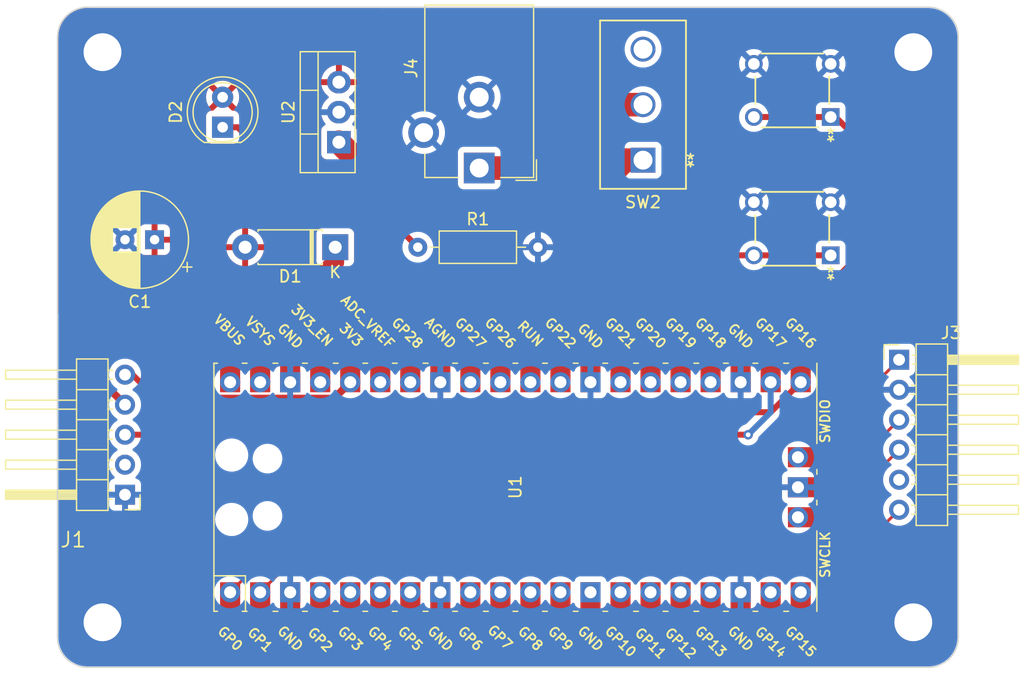
<source format=kicad_pcb>
(kicad_pcb (version 20221018) (generator pcbnew)
  (layers (0 "F.Cu" signal) (1 "In1.Cu" signal) (2 "In2.Cu" signal) (31 "B.Cu" signal) (34 "B.Paste" user) (35 "F.Paste" user) (36 "B.SilkS" user "B.Silkscreen") (37 "F.SilkS" user "F.Silkscreen") (38 "B.Mask" user) (39 "F.Mask" user) (44 "Edge.Cuts" user))
  (net 0 "")
  (net 1 "/PicoTx")
  (net 2 "/PicoRx")
  (net 3 "/VSYS")
  (net 20 "/Lag")
  (net 21 "/Lead")
  (net 25 "/V9P0")
  (net 33 "Net-(J1-Pin_4)")
  (net 35 "GND")
  (net 37 "Net-(J3-Pin_3)")
  (net 38 "Net-(J3-Pin_1)")
  (net 39 "/V5p0")
  (net 40 "Net-(D2-K)")
  (net 41 "Net-(U1-RUN)")
  (net 42 "Net-(U1-GPIO20)")
  (net 43 "/V9P0_SW")
  (footprint "MountingHole:MountingHole_3.2mm_M3" (layer "F.Cu") (at 135.89 153.67)
    (fp_text reference "H3" hide)
    (fp_text value "MountingHole")
    (pad "" np_thru_hole circle (at 0 0) (size 3.2 3.2) (drill 3.2) (layers "*.Cu" "*.Mask"))
  )
  (footprint "MountingHole:MountingHole_3.2mm_M3" (layer "F.Cu") (at 67.31 153.67)
    (fp_text reference "H4" hide)
    (fp_text value "MountingHole")
    (pad "" np_thru_hole circle (at 0 0) (size 3.2 3.2) (drill 3.2) (layers "*.Cu" "*.Mask"))
  )
  (footprint "Diode_THT:D_DO-41_SOD81_P7.62mm_Horizontal" (layer "F.Cu") (at 86.995 121.92 180)
    (fp_text reference "D1" (at 3.81 -2.47) (layer "F.SilkS"))
    (fp_text value "D_Schottky")
    (fp_text user "K" (at 0 -2.1) (layer "F.SilkS"))
    (pad "1" thru_hole rect (at 0 0 180) (size 2.2 2.2) (drill 1.1) (layers "*.Cu" "*.Mask") (net 3 "/VSYS"))
    (pad "2" thru_hole oval (at 7.62 0 180) (size 2.2 2.2) (drill 1.1) (layers "*.Cu" "*.Mask") (net 39 "/V5p0"))
  )
  (footprint "Resistor_THT:R_Axial_DIN0207_L6.3mm_D2.5mm_P10.16mm_Horizontal" (layer "F.Cu") (at 93.98 121.92)
    (fp_text reference "R1" (at 5.08 -2.37) (layer "F.SilkS"))
    (fp_text value "1K")
    (pad "1" thru_hole circle (at 0 0) (size 1.6 1.6) (drill 0.8) (layers "*.Cu" "*.Mask") (net 40 "Net-(D2-K)"))
    (pad "2" thru_hole oval (at 10.16 0) (size 1.6 1.6) (drill 0.8) (layers "*.Cu" "*.Mask") (net 35 "GND"))
  )
  (footprint "Connector_PinHeader_2.54mm:PinHeader_1x05_P2.54mm_Horizontal" (layer "F.Cu") (at 69.215 142.87 180)
    (fp_text reference "J1" (at 4.385 -3.815) (layer "F.SilkS") (effects (font (size 1.27 1.27))))
    (fp_text value "Conn_01x05")
    (pad "1" thru_hole rect (at 0 0 180) (size 1.7 1.7) (drill 1) (layers "*.Cu" "*.Mask") (net 35 "GND"))
    (pad "2" thru_hole oval (at 0 2.54 180) (size 1.7 1.7) (drill 1) (layers "*.Cu" "*.Mask"))
    (pad "3" thru_hole oval (at 0 5.08 180) (size 1.7 1.7) (drill 1) (layers "*.Cu" "*.Mask") (net 21 "/Lead"))
    (pad "4" thru_hole oval (at 0 7.62 180) (size 1.7 1.7) (drill 1) (layers "*.Cu" "*.Mask") (net 33 "Net-(J1-Pin_4)"))
    (pad "5" thru_hole oval (at 0 10.16 180) (size 1.7 1.7) (drill 1) (layers "*.Cu" "*.Mask") (net 20 "/Lag"))
  )
  (footprint "MCU_RaspberryPi_and_Boards:RPi_Pico_SMD_TH" (layer "F.Cu") (at 102.235 142.24 90)
    (fp_text reference "U1" (at 0 0 90) (layer "F.SilkS"))
    (fp_text value "Pico")
    (fp_text user "GP0" (at -12.8 -24.13 135) (layer "F.SilkS") (effects (font (size 0.8 0.8))))
    (fp_text user "GND" (at -12.8 -6.35 135) (layer "F.SilkS") (effects (font (size 0.8 0.8))))
    (fp_text user "GP6" (at -12.8 -3.81 135) (layer "F.SilkS") (effects (font (size 0.8 0.8))))
    (fp_text user "GP9" (at -12.8 3.81 135) (layer "F.SilkS") (effects (font (size 0.8 0.8))))
    (fp_text user "GP15" (at -13.054 24.13 135) (layer "F.SilkS") (effects (font (size 0.8 0.8))))
    (fp_text user "GP4" (at -12.8 -11.43 135) (layer "F.SilkS") (effects (font (size 0.8 0.8))))
    (fp_text user "VSYS" (at 13.2 -21.59 135) (layer "F.SilkS") (effects (font (size 0.8 0.8))))
    (fp_text user "GP5" (at -12.8 -8.89 135) (layer "F.SilkS") (effects (font (size 0.8 0.8))))
    (fp_text user "3V3_EN" (at 13.7 -17.2 135) (layer "F.SilkS") (effects (font (size 0.8 0.8))))
    (fp_text user "GP18" (at 13.054 16.51 135) (layer "F.SilkS") (effects (font (size 0.8 0.8))))
    (fp_text user "3V3" (at 12.9 -13.9 135) (layer "F.SilkS") (effects (font (size 0.8 0.8))))
    (fp_text user "GP19" (at 13.054 13.97 135) (layer "F.SilkS") (effects (font (size 0.8 0.8))))
    (fp_text user "GP28" (at 13.054 -9.144 135) (layer "F.SilkS") (effects (font (size 0.8 0.8))))
    (fp_text user "SWCLK" (at -5.7 26.2 90) (layer "F.SilkS") (effects (font (size 0.8 0.8))))
    (fp_text user "GND" (at -12.8 19.05 135) (layer "F.SilkS") (effects (font (size 0.8 0.8))))
    (fp_text user "GP16" (at 13.054 24.13 135) (layer "F.SilkS") (effects (font (size 0.8 0.8))))
    (fp_text user "GP1" (at -12.9 -21.6 135) (layer "F.SilkS") (effects (font (size 0.8 0.8))))
    (fp_text user "GP13" (at -13.054 16.51 135) (layer "F.SilkS") (effects (font (size 0.8 0.8))))
    (fp_text user "GP2" (at -12.9 -16.51 135) (layer "F.SilkS") (effects (font (size 0.8 0.8))))
    (fp_text user "GP10" (at -13.054 8.89 135) (layer "F.SilkS") (effects (font (size 0.8 0.8))))
    (fp_text user "GP27" (at 13.054 -3.8 135) (layer "F.SilkS") (effects (font (size 0.8 0.8))))
    (fp_text user "GP14" (at -13.1 21.59 135) (layer "F.SilkS") (effects (font (size 0.8 0.8))))
    (fp_text user "GND" (at 12.8 19.05 135) (layer "F.SilkS") (effects (font (size 0.8 0.8))))
    (fp_text user "GND" (at -12.8 6.35 135) (layer "F.SilkS") (effects (font (size 0.8 0.8))))
    (fp_text user "GP11" (at -13.2 11.43 135) (layer "F.SilkS") (effects (font (size 0.8 0.8))))
    (fp_text user "GP8" (at -12.8 1.27 135) (layer "F.SilkS") (effects (font (size 0.8 0.8))))
    (fp_text user "GP17" (at 13.054 21.59 135) (layer "F.SilkS") (effects (font (size 0.8 0.8))))
    (fp_text user "GND" (at 12.8 -19.05 135) (layer "F.SilkS") (effects (font (size 0.8 0.8))))
    (fp_text user "GP20" (at 13.054 11.43 135) (layer "F.SilkS") (effects (font (size 0.8 0.8))))
    (fp_text user "AGND" (at 13.054 -6.35 135) (layer "F.SilkS") (effects (font (size 0.8 0.8))))
    (fp_text user "GP26" (at 13.054 -1.27 135) (layer "F.SilkS") (effects (font (size 0.8 0.8))))
    (fp_text user "ADC_VREF" (at 14 -12.5 135) (layer "F.SilkS") (effects (font (size 0.8 0.8))))
    (fp_text user "GP22" (at 13.054 3.81 135) (layer "F.SilkS") (effects (font (size 0.8 0.8))))
    (fp_text user "GP21" (at 13.054 8.9 135) (layer "F.SilkS") (effects (font (size 0.8 0.8))))
    (fp_text user "GP7" (at -12.7 -1.3 135) (layer "F.SilkS") (effects (font (size 0.8 0.8))))
    (fp_text user "GP12" (at -13.2 13.97 135) (layer "F.SilkS") (effects (font (size 0.8 0.8))))
    (fp_text user "GP3" (at -12.8 -13.97 135) (layer "F.SilkS") (effects (font (size 0.8 0.8))))
    (fp_text user "GND" (at -12.8 -19.05 135) (layer "F.SilkS") (effects (font (size 0.8 0.8))))
    (fp_text user "VBUS" (at 13.3 -24.2 135) (layer "F.SilkS") (effects (font (size 0.8 0.8))))
    (fp_text user "GND" (at 12.8 6.35 135) (layer "F.SilkS") (effects (font (size 0.8 0.8))))
    (fp_text user "RUN" (at 13 1.27 135) (layer "F.SilkS") (effects (font (size 0.8 0.8))))
    (fp_text user "SWDIO" (at 5.6 26.2 90) (layer "F.SilkS") (effects (font (size 0.8 0.8))))
    (pad "" np_thru_hole oval (at -2.725 -24 90) (size 1.8 1.8) (drill 1.8) (layers "*.Cu" "*.Mask"))
    (pad "" np_thru_hole oval (at -2.425 -20.97 90) (size 1.5 1.5) (drill 1.5) (layers "*.Cu" "*.Mask"))
    (pad "" np_thru_hole oval (at 2.425 -20.97 90) (size 1.5 1.5) (drill 1.5) (layers "*.Cu" "*.Mask"))
    (pad "" np_thru_hole oval (at 2.725 -24 90) (size 1.8 1.8) (drill 1.8) (layers "*.Cu" "*.Mask"))
    (pad "1" thru_hole oval (at -8.89 -24.13 90) (size 1.7 1.7) (drill 1.02) (layers "*.Cu" "*.Mask") (net 1 "/PicoTx"))
    (pad "1" smd rect (at -8.89 -24.13 90) (size 3.5 1.7) (drill (offset -0.9 0)) (layers "F.Cu" "F.Mask") (net 1 "/PicoTx"))
    (pad "2" thru_hole oval (at -8.89 -21.59 90) (size 1.7 1.7) (drill 1.02) (layers "*.Cu" "*.Mask") (net 2 "/PicoRx"))
    (pad "2" smd rect (at -8.89 -21.59 90) (size 3.5 1.7) (drill (offset -0.9 0)) (layers "F.Cu" "F.Mask") (net 2 "/PicoRx"))
    (pad "3" thru_hole rect (at -8.89 -19.05 90) (size 1.7 1.7) (drill 1.02) (layers "*.Cu" "*.Mask") (net 35 "GND"))
    (pad "3" smd rect (at -8.89 -19.05 90) (size 3.5 1.7) (drill (offset -0.9 0)) (layers "F.Cu" "F.Mask") (net 35 "GND"))
    (pad "4" thru_hole oval (at -8.89 -16.51 90) (size 1.7 1.7) (drill 1.02) (layers "*.Cu" "*.Mask"))
    (pad "4" smd rect (at -8.89 -16.51 90) (size 3.5 1.7) (drill (offset -0.9 0)) (layers "F.Cu" "F.Mask"))
    (pad "5" thru_hole oval (at -8.89 -13.97 90) (size 1.7 1.7) (drill 1.02) (layers "*.Cu" "*.Mask"))
    (pad "5" smd rect (at -8.89 -13.97 90) (size 3.5 1.7) (drill (offset -0.9 0)) (layers "F.Cu" "F.Mask"))
    (pad "6" thru_hole oval (at -8.89 -11.43 90) (size 1.7 1.7) (drill 1.02) (layers "*.Cu" "*.Mask"))
    (pad "6" smd rect (at -8.89 -11.43 90) (size 3.5 1.7) (drill (offset -0.9 0)) (layers "F.Cu" "F.Mask"))
    (pad "7" thru_hole oval (at -8.89 -8.89 90) (size 1.7 1.7) (drill 1.02) (layers "*.Cu" "*.Mask"))
    (pad "7" smd rect (at -8.89 -8.89 90) (size 3.5 1.7) (drill (offset -0.9 0)) (layers "F.Cu" "F.Mask"))
    (pad "8" thru_hole rect (at -8.89 -6.35 90) (size 1.7 1.7) (drill 1.02) (layers "*.Cu" "*.Mask") (net 35 "GND"))
    (pad "8" smd rect (at -8.89 -6.35 90) (size 3.5 1.7) (drill (offset -0.9 0)) (layers "F.Cu" "F.Mask") (net 35 "GND"))
    (pad "9" thru_hole oval (at -8.89 -3.81 90) (size 1.7 1.7) (drill 1.02) (layers "*.Cu" "*.Mask"))
    (pad "9" smd rect (at -8.89 -3.81 90) (size 3.5 1.7) (drill (offset -0.9 0)) (layers "F.Cu" "F.Mask"))
    (pad "10" thru_hole oval (at -8.89 -1.27 90) (size 1.7 1.7) (drill 1.02) (layers "*.Cu" "*.Mask"))
    (pad "10" smd rect (at -8.89 -1.27 90) (size 3.5 1.7) (drill (offset -0.9 0)) (layers "F.Cu" "F.Mask"))
    (pad "11" thru_hole oval (at -8.89 1.27 90) (size 1.7 1.7) (drill 1.02) (layers "*.Cu" "*.Mask"))
    (pad "11" smd rect (at -8.89 1.27 90) (size 3.5 1.7) (drill (offset -0.9 0)) (layers "F.Cu" "F.Mask"))
    (pad "12" thru_hole oval (at -8.89 3.81 90) (size 1.7 1.7) (drill 1.02) (layers "*.Cu" "*.Mask"))
    (pad "12" smd rect (at -8.89 3.81 90) (size 3.5 1.7) (drill (offset -0.9 0)) (layers "F.Cu" "F.Mask"))
    (pad "13" thru_hole rect (at -8.89 6.35 90) (size 1.7 1.7) (drill 1.02) (layers "*.Cu" "*.Mask"))
    (pad "13" smd rect (at -8.89 6.35 90) (size 3.5 1.7) (drill (offset -0.9 0)) (layers "F.Cu" "F.Mask"))
    (pad "14" thru_hole oval (at -8.89 8.89 90) (size 1.7 1.7) (drill 1.02) (layers "*.Cu" "*.Mask"))
    (pad "14" smd rect (at -8.89 8.89 90) (size 3.5 1.7) (drill (offset -0.9 0)) (layers "F.Cu" "F.Mask"))
    (pad "15" thru_hole oval (at -8.89 11.43 90) (size 1.7 1.7) (drill 1.02) (layers "*.Cu" "*.Mask"))
    (pad "15" smd rect (at -8.89 11.43 90) (size 3.5 1.7) (drill (offset -0.9 0)) (layers "F.Cu" "F.Mask"))
    (pad "16" thru_hole oval (at -8.89 13.97 90) (size 1.7 1.7) (drill 1.02) (layers "*.Cu" "*.Mask"))
    (pad "16" smd rect (at -8.89 13.97 90) (size 3.5 1.7) (drill (offset -0.9 0)) (layers "F.Cu" "F.Mask"))
    (pad "17" thru_hole oval (at -8.89 16.51 90) (size 1.7 1.7) (drill 1.02) (layers "*.Cu" "*.Mask"))
    (pad "17" smd rect (at -8.89 16.51 90) (size 3.5 1.7) (drill (offset -0.9 0)) (layers "F.Cu" "F.Mask"))
    (pad "18" thru_hole rect (at -8.89 19.05 90) (size 1.7 1.7) (drill 1.02) (layers "*.Cu" "*.Mask") (net 35 "GND"))
    (pad "18" smd rect (at -8.89 19.05 90) (size 3.5 1.7) (drill (offset -0.9 0)) (layers "F.Cu" "F.Mask") (net 35 "GND"))
    (pad "19" thru_hole oval (at -8.89 21.59 90) (size 1.7 1.7) (drill 1.02) (layers "*.Cu" "*.Mask"))
    (pad "19" smd rect (at -8.89 21.59 90) (size 3.5 1.7) (drill (offset -0.9 0)) (layers "F.Cu" "F.Mask"))
    (pad "20" thru_hole oval (at -8.89 24.13 90) (size 1.7 1.7) (drill 1.02) (layers "*.Cu" "*.Mask"))
    (pad "20" smd rect (at -8.89 24.13 90) (size 3.5 1.7) (drill (offset -0.9 0)) (layers "F.Cu" "F.Mask"))
    (pad "21" thru_hole oval (at 8.89 24.13 90) (size 1.7 1.7) (drill 1.02) (layers "*.Cu" "*.Mask") (net 20 "/Lag"))
    (pad "21" smd rect (at 8.89 24.13 90) (size 3.5 1.7) (drill (offset 0.9 0)) (layers "F.Cu" "F.Mask") (net 20 "/Lag"))
    (pad "22" thru_hole oval (at 8.89 21.59 90) (size 1.7 1.7) (drill 1.02) (layers "*.Cu" "*.Mask") (net 21 "/Lead"))
    (pad "22" smd rect (at 8.89 21.59 90) (size 3.5 1.7) (drill (offset 0.9 0)) (layers "F.Cu" "F.Mask") (net 21 "/Lead"))
    (pad "23" thru_hole rect (at 8.89 19.05 90) (size 1.7 1.7) (drill 1.02) (layers "*.Cu" "*.Mask") (net 35 "GND"))
    (pad "23" smd rect (at 8.89 19.05 90) (size 3.5 1.7) (drill (offset 0.9 0)) (layers "F.Cu" "F.Mask") (net 35 "GND"))
    (pad "24" thru_hole oval (at 8.89 16.51 90) (size 1.7 1.7) (drill 1.02) (layers "*.Cu" "*.Mask"))
    (pad "24" smd rect (at 8.89 16.51 90) (size 3.5 1.7) (drill (offset 0.9 0)) (layers "F.Cu" "F.Mask"))
    (pad "25" thru_hole oval (at 8.89 13.97 90) (size 1.7 1.7) (drill 1.02) (layers "*.Cu" "*.Mask"))
    (pad "25" smd rect (at 8.89 13.97 90) (size 3.5 1.7) (drill (offset 0.9 0)) (layers "F.Cu" "F.Mask"))
    (pad "26" thru_hole oval (at 8.89 11.43 90) (size 1.7 1.7) (drill 1.02) (layers "*.Cu" "*.Mask") (net 42 "Net-(U1-GPIO20)"))
    (pad "26" smd rect (at 8.89 11.43 90) (size 3.5 1.7) (drill (offset 0.9 0)) (layers "F.Cu" "F.Mask") (net 42 "Net-(U1-GPIO20)"))
    (pad "27" thru_hole oval (at 8.89 8.89 90) (size 1.7 1.7) (drill 1.02) (layers "*.Cu" "*.Mask"))
    (pad "27" smd rect (at 8.89 8.89 90) (size 3.5 1.7) (drill (offset 0.9 0)) (layers "F.Cu" "F.Mask"))
    (pad "28" thru_hole rect (at 8.89 6.35 90) (size 1.7 1.7) (drill 1.02) (layers "*.Cu" "*.Mask") (net 35 "GND"))
    (pad "28" smd rect (at 8.89 6.35 90) (size 3.5 1.7) (drill (offset 0.9 0)) (layers "F.Cu" "F.Mask") (net 35 "GND"))
    (pad "29" thru_hole oval (at 8.89 3.81 90) (size 1.7 1.7) (drill 1.02) (layers "*.Cu" "*.Mask"))
    (pad "29" smd rect (at 8.89 3.81 90) (size 3.5 1.7) (drill (offset 0.9 0)) (layers "F.Cu" "F.Mask"))
    (pad "30" thru_hole oval (at 8.89 1.27 90) (size 1.7 1.7) (drill 1.02) (layers "*.Cu" "*.Mask") (net 41 "Net-(U1-RUN)"))
    (pad "30" smd rect (at 8.89 1.27 90) (size 3.5 1.7) (drill (offset 0.9 0)) (layers "F.Cu" "F.Mask") (net 41 "Net-(U1-RUN)"))
    (pad "31" thru_hole oval (at 8.89 -1.27 90) (size 1.7 1.7) (drill 1.02) (layers "*.Cu" "*.Mask"))
    (pad "31" smd rect (at 8.89 -1.27 90) (size 3.5 1.7) (drill (offset 0.9 0)) (layers "F.Cu" "F.Mask"))
    (pad "32" thru_hole oval (at 8.89 -3.81 90) (size 1.7 1.7) (drill 1.02) (layers "*.Cu" "*.Mask"))
    (pad "32" smd rect (at 8.89 -3.81 90) (size 3.5 1.7) (drill (offset 0.9 0)) (layers "F.Cu" "F.Mask"))
    (pad "33" thru_hole rect (at 8.89 -6.35 90) (size 1.7 1.7) (drill 1.02) (layers "*.Cu" "*.Mask") (net 35 "GND"))
    (pad "33" smd rect (at 8.89 -6.35 90) (size 3.5 1.7) (drill (offset 0.9 0)) (layers "F.Cu" "F.Mask") (net 35 "GND"))
    (pad "34" thru_hole oval (at 8.89 -8.89 90) (size 1.7 1.7) (drill 1.02) (layers "*.Cu" "*.Mask"))
    (pad "34" smd rect (at 8.89 -8.89 90) (size 3.5 1.7) (drill (offset 0.9 0)) (layers "F.Cu" "F.Mask"))
    (pad "35" thru_hole oval (at 8.89 -11.43 90) (size 1.7 1.7) (drill 1.02) (layers "*.Cu" "*.Mask"))
    (pad "35" smd rect (at 8.89 -11.43 90) (size 3.5 1.7) (drill (offset 0.9 0)) (layers "F.Cu" "F.Mask"))
    (pad "36" thru_hole oval (at 8.89 -13.97 90) (size 1.7 1.7) (drill 1.02) (layers "*.Cu" "*.Mask") (net 33 "Net-(J1-Pin_4)"))
    (pad "36" smd rect (at 8.89 -13.97 90) (size 3.5 1.7) (drill (offset 0.9 0)) (layers "F.Cu" "F.Mask") (net 33 "Net-(J1-Pin_4)"))
    (pad "37" thru_hole oval (at 8.89 -16.51 90) (size 1.7 1.7) (drill 1.02) (layers "*.Cu" "*.Mask"))
    (pad "37" smd rect (at 8.89 -16.51 90) (size 3.5 1.7) (drill (offset 0.9 0)) (layers "F.Cu" "F.Mask"))
    (pad "38" thru_hole rect (at 8.89 -19.05 90) (size 1.7 1.7) (drill 1.02) (layers "*.Cu" "*.Mask") (net 35 "GND"))
    (pad "38" smd rect (at 8.89 -19.05 90) (size 3.5 1.7) (drill (offset 0.9 0)) (layers "F.Cu" "F.Mask") (net 35 "GND"))
    (pad "39" thru_hole oval (at 8.89 -21.59 90) (size 1.7 1.7) (drill 1.02) (layers "*.Cu" "*.Mask") (net 3 "/VSYS"))
    (pad "39" smd rect (at 8.89 -21.59 90) (size 3.5 1.7) (drill (offset 0.9 0)) (layers "F.Cu" "F.Mask") (net 3 "/VSYS"))
    (pad "40" thru_hole oval (at 8.89 -24.13 90) (size 1.7 1.7) (drill 1.02) (layers "*.Cu" "*.Mask"))
    (pad "40" smd rect (at 8.89 -24.13 90) (size 3.5 1.7) (drill (offset 0.9 0)) (layers "F.Cu" "F.Mask"))
    (pad "41" thru_hole oval (at -2.54 23.9 90) (size 1.7 1.7) (drill 1.02) (layers "*.Cu" "*.Mask") (net 37 "Net-(J3-Pin_3)"))
    (pad "41" smd rect (at -2.54 23.9 180) (size 3.5 1.7) (drill (offset -0.9 0)) (layers "F.Cu" "F.Mask") (net 37 "Net-(J3-Pin_3)"))
    (pad "42" thru_hole rect (at 0 23.9 90) (size 1.7 1.7) (drill 1.02) (layers "*.Cu" "*.Mask") (net 35 "GND"))
    (pad "42" smd rect (at 0 23.9 180) (size 3.5 1.7) (drill (offset -0.9 0)) (layers "F.Cu" "F.Mask") (net 35 "GND"))
    (pad "43" thru_hole oval (at 2.54 23.9 90) (size 1.7 1.7) (drill 1.02) (layers "*.Cu" "*.Mask") (net 38 "Net-(J3-Pin_1)"))
    (pad "43" smd rect (at 2.54 23.9 180) (size 3.5 1.7) (drill (offset -0.9 0)) (layers "F.Cu" "F.Mask") (net 38 "Net-(J3-Pin_1)"))
  )
  (footprint "MountingHole:MountingHole_3.2mm_M3" (layer "F.Cu") (at 67.31 105.41)
    (fp_text reference "H1" hide)
    (fp_text value "MountingHole")
    (pad "" np_thru_hole circle (at 0 0) (size 3.2 3.2) (drill 3.2) (layers "*.Cu" "*.Mask"))
  )
  (footprint "MountingHole:MountingHole_3.2mm_M3" (layer "F.Cu") (at 135.89 105.41)
    (fp_text reference "H2" hide)
    (fp_text value "MountingHole")
    (pad "" np_thru_hole circle (at 0 0) (size 3.2 3.2) (drill 3.2) (layers "*.Cu" "*.Mask"))
  )
  (footprint "Capacitor_THT:CP_Radial_D8.0mm_P2.50mm" (layer "F.Cu") (at 71.715 121.285 180)
    (fp_text reference "C1" (at 1.25 -5.25) (layer "F.SilkS"))
    (fp_text value "50uF")
    (pad "1" thru_hole rect (at 0 0 180) (size 1.6 1.6) (drill 0.8) (layers "*.Cu" "*.Mask") (net 39 "/V5p0"))
    (pad "2" thru_hole circle (at 2.5 0 180) (size 1.6 1.6) (drill 0.8) (layers "*.Cu" "*.Mask") (net 35 "GND"))
  )
  (footprint "LED_THT:LED_D5.0mm" (layer "F.Cu") (at 77.47 111.765 90)
    (fp_text reference "D2" (at 1.27 -3.96 90) (layer "F.SilkS"))
    (fp_text value "Green")
    (pad "1" thru_hole rect (at 0 0 90) (size 1.8 1.8) (drill 0.9) (layers "*.Cu" "*.Mask") (net 40 "Net-(D2-K)"))
    (pad "2" thru_hole circle (at 2.54 0 90) (size 1.8 1.8) (drill 0.9) (layers "*.Cu" "*.Mask") (net 39 "/V5p0"))
  )
  (footprint "Connector_PinHeader_2.54mm:PinHeader_1x06_P2.54mm_Horizontal" (layer "F.Cu") (at 134.69 131.445)
    (fp_text reference "J3" (at 4.385 -2.27) (layer "F.SilkS"))
    (fp_text value "Conn_01x06")
    (pad "1" thru_hole rect (at 0 0) (size 1.7 1.7) (drill 1) (layers "*.Cu" "*.Mask") (net 38 "Net-(J3-Pin_1)"))
    (pad "2" thru_hole oval (at 0 2.54) (size 1.7 1.7) (drill 1) (layers "*.Cu" "*.Mask") (net 35 "GND"))
    (pad "3" thru_hole oval (at 0 5.08) (size 1.7 1.7) (drill 1) (layers "*.Cu" "*.Mask") (net 37 "Net-(J3-Pin_3)"))
    (pad "4" thru_hole oval (at 0 7.62) (size 1.7 1.7) (drill 1) (layers "*.Cu" "*.Mask") (net 1 "/PicoTx"))
    (pad "5" thru_hole oval (at 0 10.16) (size 1.7 1.7) (drill 1) (layers "*.Cu" "*.Mask"))
    (pad "6" thru_hole oval (at 0 12.7) (size 1.7 1.7) (drill 1) (layers "*.Cu" "*.Mask") (net 2 "/PicoRx"))
  )
  (footprint "Package_TO_SOT_THT:TO-220-3_Vertical" (layer "F.Cu") (at 87.305 113.03 90)
    (fp_text reference "U2" (at 2.54 -4.27 90) (layer "F.SilkS"))
    (fp_text value "LM7805_TO220")
    (pad "1" thru_hole rect (at 0 0 90) (size 1.905 2) (drill 1.1) (layers "*.Cu" "*.Mask") (net 43 "/V9P0_SW"))
    (pad "2" thru_hole oval (at 2.54 0 90) (size 1.905 2) (drill 1.1) (layers "*.Cu" "*.Mask") (net 35 "GND"))
    (pad "3" thru_hole oval (at 5.08 0 90) (size 1.905 2) (drill 1.1) (layers "*.Cu" "*.Mask") (net 39 "/V5p0"))
  )
  (footprint "Library:SW4_1825910-B_TEC" (layer "F.Cu") (at 122.404999 118.11 180)
    (fp_text reference "Reset1" hide)
    (fp_text value "SmallPushbutton")
    (fp_text user "*" (at -6.5 -6.011301 180 unlocked) (layer "F.SilkS"))
    (fp_text user "*" (at -6.5 -6.011301) (layer "F.SilkS"))
    (pad "1" thru_hole rect (at -6.500001 -4.500001 180) (size 1.4986 1.4986) (drill 0.9906) (layers "*.Cu" "*.Mask") (net 41 "Net-(U1-RUN)"))
    (pad "2" thru_hole circle (at 0.000001 -4.500001 180) (size 1.4986 1.4986) (drill 0.9906) (layers "*.Cu" "*.Mask") (net 41 "Net-(U1-RUN)"))
    (pad "3" thru_hole circle (at -6.500001 0 180) (size 1.4986 1.4986) (drill 0.9906) (layers "*.Cu" "*.Mask") (net 35 "GND"))
    (pad "4" thru_hole circle (at 0.000001 0 180) (size 1.4986 1.4986) (drill 0.9906) (layers "*.Cu" "*.Mask") (net 35 "GND"))
  )
  (footprint "Library:CS12ANW03_NKK" (layer "F.Cu") (at 113.03 114.554 180)
    (fp_text reference "SW2" (at 0 -3.556 unlocked) (layer "F.SilkS"))
    (fp_text value "SW_SPDT")
    (fp_text user "*" (at -4.0132 0) (layer "F.SilkS"))
    (fp_text user "*" (at -4.0132 0 180 unlocked) (layer "F.SilkS"))
    (pad "1" thru_hole rect (at 0 0 180) (size 2.1082 2.1082) (drill 1.6002) (layers "*.Cu" "*.Mask") (net 43 "/V9P0_SW"))
    (pad "2" thru_hole circle (at 0 4.699 180) (size 2.1082 2.1082) (drill 1.6002) (layers "*.Cu" "*.Mask") (net 25 "/V9P0"))
    (pad "3" thru_hole circle (at 0 9.398 180) (size 2.1082 2.1082) (drill 1.6002) (layers "*.Cu" "*.Mask"))
  )
  (footprint "Library:SW4_1825910-B_TEC" (layer "F.Cu") (at 122.404999 106.4006 180)
    (fp_text reference "USER1" hide)
    (fp_text value "SmallPushbutton")
    (fp_text user "*" (at -6.5 -6.011301) (layer "F.SilkS"))
    (fp_text user "*" (at -6.5 -6.011301 180 unlocked) (layer "F.SilkS"))
    (pad "1" thru_hole rect (at -6.500001 -4.500001 180) (size 1.4986 1.4986) (drill 0.9906) (layers "*.Cu" "*.Mask") (net 42 "Net-(U1-GPIO20)"))
    (pad "2" thru_hole circle (at 0.000001 -4.500001 180) (size 1.4986 1.4986) (drill 0.9906) (layers "*.Cu" "*.Mask") (net 42 "Net-(U1-GPIO20)"))
    (pad "3" thru_hole circle (at -6.500001 0 180) (size 1.4986 1.4986) (drill 0.9906) (layers "*.Cu" "*.Mask") (net 35 "GND"))
    (pad "4" thru_hole circle (at 0.000001 0 180) (size 1.4986 1.4986) (drill 0.9906) (layers "*.Cu" "*.Mask") (net 35 "GND"))
  )
  (footprint "Connector_BarrelJack:BarrelJack_CUI_PJ-102AH_Horizontal" (layer "F.Cu") (at 99.175 115.22 180)
    (fp_text reference "J4" (at 5.75 8.45 90) (layer "F.SilkS"))
    (fp_text value "PJ-102A")
    (pad "1" thru_hole rect (at 0 0 180) (size 2.6 2.6) (drill 1.6) (layers "*.Cu" "*.Mask") (net 25 "/V9P0"))
    (pad "2" thru_hole circle (at 0 6 180) (size 2.6 2.6) (drill 1.6) (layers "*.Cu" "*.Mask") (net 35 "GND"))
    (pad "3" thru_hole circle (at 4.7 3 180) (size 2.6 2.6) (drill 1.6) (layers "*.Cu" "*.Mask") (net 35 "GND"))
  )
  (gr_line (start 63.5 154.94) (end 63.5 104.14) (stroke (width 0.1)) (layer "Edge.Cuts"))
  (gr_arc (start 137.16 101.6) (mid 138.956051 102.343949) (end 139.7 104.14) (stroke (width 0.1)) (layer "Edge.Cuts"))
  (gr_arc (start 139.7 154.94) (mid 138.956051 156.736051) (end 137.16 157.48) (stroke (width 0.1)) (layer "Edge.Cuts"))
  (gr_line (start 66.04 101.6) (end 137.16 101.6) (stroke (width 0.1)) (layer "Edge.Cuts"))
  (gr_arc (start 63.5 104.14) (mid 64.243949 102.343949) (end 66.04 101.6) (stroke (width 0.1)) (layer "Edge.Cuts"))
  (gr_line (start 137.16 157.48) (end 66.04 157.48) (stroke (width 0.1)) (layer "Edge.Cuts"))
  (gr_line (start 139.7 104.14) (end 139.7 154.94) (stroke (width 0.1)) (layer "Edge.Cuts"))
  (gr_arc (start 66.04 157.48) (mid 64.243949 156.736051) (end 63.5 154.94) (stroke (width 0.1)) (layer "Edge.Cuts"))
  (segment (start 78.105 151.13) (end 81.28 147.955) (width 0.25) (layer "F.Cu") (net 1))
  (segment (start 127.635 147.955) (end 132.715 142.875) (width 0.25) (layer "F.Cu") (net 1))
  (segment (start 81.28 147.955) (end 127.635 147.955) (width 0.25) (layer "F.Cu") (net 1))
  (segment (start 132.715 141.04) (end 134.69 139.065) (width 0.25) (layer "F.Cu") (net 1))
  (segment (start 132.715 142.875) (end 132.715 141.04) (width 0.25) (layer "F.Cu") (net 1))
  (segment (start 129.61 149.225) (end 134.69 144.145) (width 0.25) (layer "F.Cu") (net 2))
  (segment (start 82.55 149.225) (end 129.61 149.225) (width 0.25) (layer "F.Cu") (net 2))
  (segment (start 80.645 151.13) (end 82.55 149.225) (width 0.25) (layer "F.Cu") (net 2))
  (segment (start 80.645 129.54) (end 86.995 123.19) (width 1.5) (layer "F.Cu") (net 3))
  (segment (start 80.645 133.35) (end 80.645 129.54) (width 1.5) (layer "F.Cu") (net 3))
  (segment (start 86.995 123.19) (end 86.995 121.92) (width 1.5) (layer "F.Cu") (net 3))
  (segment (start 73.025 135.89) (end 123.825 135.89) (width 0.508) (layer "F.Cu") (net 20))
  (segment (start 69.215 132.715) (end 69.85 132.715) (width 0.508) (layer "F.Cu") (net 20))
  (segment (start 123.825 135.89) (end 126.365 133.35) (width 0.508) (layer "F.Cu") (net 20))
  (segment (start 69.215 132.71) (end 69.215 132.715) (width 0.508) (layer "F.Cu") (net 20))
  (segment (start 69.85 132.715) (end 73.025 135.89) (width 0.508) (layer "F.Cu") (net 20))
  (segment (start 121.915 137.79) (end 121.92 137.795) (width 0.508) (layer "F.Cu") (net 21))
  (segment (start 69.215 137.79) (end 121.915 137.79) (width 0.508) (layer "F.Cu") (net 21))
  (via (at 121.92 137.795) (size 0.8) (drill 0.4) (layers "F.Cu" "B.Cu") (net 21))
  (segment (start 123.825 135.89) (end 123.825 133.35) (width 0.508) (layer "B.Cu") (net 21))
  (segment (start 121.92 137.795) (end 123.825 135.89) (width 0.508) (layer "B.Cu") (net 21))
  (segment (start 108.585 109.855) (end 113.03 109.855) (width 2) (layer "F.Cu") (net 25))
  (segment (start 99.175 115.22) (end 103.22 115.22) (width 2) (layer "F.Cu") (net 25))
  (segment (start 103.22 115.22) (end 108.585 109.855) (width 2) (layer "F.Cu") (net 25))
  (segment (start 74.3957 134.7207) (end 86.8943 134.7207) (width 0.635) (layer "F.Cu") (net 33))
  (segment (start 86.8943 134.7207) (end 88.265 133.35) (width 0.635) (layer "F.Cu") (net 33))
  (segment (start 67.31 132.08) (end 68.58 130.81) (width 0.635) (layer "F.Cu") (net 33))
  (segment (start 69.215 135.25) (end 67.31 133.345) (width 0.635) (layer "F.Cu") (net 33))
  (segment (start 67.31 133.345) (end 67.31 132.08) (width 0.635) (layer "F.Cu") (net 33))
  (segment (start 70.485 130.81) (end 74.3957 134.7207) (width 0.635) (layer "F.Cu") (net 33))
  (segment (start 68.58 130.81) (end 70.485 130.81) (width 0.635) (layer "F.Cu") (net 33))
  (segment (start 131.445 139.77) (end 131.445 141.08) (width 0.25) (layer "F.Cu") (net 37))
  (segment (start 127.745 144.78) (end 126.135 144.78) (width 0.25) (layer "F.Cu") (net 37))
  (segment (start 131.445 141.08) (end 127.745 144.78) (width 0.25) (layer "F.Cu") (net 37))
  (segment (start 134.69 136.525) (end 131.445 139.77) (width 0.25) (layer "F.Cu") (net 37))
  (segment (start 126.135 139.7) (end 126.435 139.7) (width 0.25) (layer "F.Cu") (net 38))
  (segment (start 126.435 139.7) (end 134.69 131.445) (width 0.25) (layer "F.Cu") (net 38))
  (segment (start 77.47 111.765) (end 78.745 111.765) (width 0.508) (layer "F.Cu") (net 40))
  (segment (start 83.82 116.84) (end 88.9 116.84) (width 0.508) (layer "F.Cu") (net 40))
  (segment (start 78.745 111.765) (end 83.82 116.84) (width 0.508) (layer "F.Cu") (net 40))
  (segment (start 88.9 116.84) (end 93.98 121.92) (width 0.508) (layer "F.Cu") (net 40))
  (segment (start 103.505 131.482) (end 103.505 133.35) (width 0.508) (layer "F.Cu") (net 41))
  (segment (start 128.905 122.610001) (end 112.376999 122.610001) (width 0.508) (layer "F.Cu") (net 41))
  (segment (start 112.376999 122.610001) (end 103.505 131.482) (width 0.508) (layer "F.Cu") (net 41))
  (segment (start 122.404998 110.900601) (end 128.905 110.900601) (width 0.508) (layer "F.Cu") (net 42))
  (segment (start 128.905 110.900601) (end 129.315601 110.900601) (width 0.508) (layer "F.Cu") (net 42))
  (segment (start 113.665 129.54) (end 113.665 133.35) (width 0.508) (layer "F.Cu") (net 42))
  (segment (start 115.57 127.635) (end 113.665 129.54) (width 0.508) (layer "F.Cu") (net 42))
  (segment (start 131.445 122.476601) (end 126.286601 127.635) (width 0.508) (layer "F.Cu") (net 42))
  (segment (start 131.445 113.03) (end 131.445 122.476601) (width 0.508) (layer "F.Cu") (net 42))
  (segment (start 129.315601 110.900601) (end 131.445 113.03) (width 0.508) (layer "F.Cu") (net 42))
  (segment (start 126.286601 127.635) (end 115.57 127.635) (width 0.508) (layer "F.Cu") (net 42))
  (segment (start 107.315 118.745) (end 93.02 118.745) (width 2) (layer "F.Cu") (net 43))
  (segment (start 111.506 114.554) (end 107.315 118.745) (width 2) (layer "F.Cu") (net 43))
  (segment (start 93.02 118.745) (end 87.305 113.03) (width 2) (layer "F.Cu") (net 43))
  (segment (start 113.03 114.554) (end 111.506 114.554) (width 2) (layer "F.Cu") (net 43))
  (zone (net 39) (net_name "/V5p0") (layer "F.Cu") (priority 1) (connect_pads (clearance 0.5)) (min_thickness 0.25) (fill yes (thermal_gap 0.5) (thermal_bridge_width 0.5))
    (polygon (pts (xy 90.805 101.6) (xy 90.805 127.635) (xy 63.5 127.635) (xy 63.5 101.6)))
  )
  (zone (net 35) (net_name "GND") (layer "B.Cu") (connect_pads (clearance 0.5)) (min_thickness 0.25) (fill yes (thermal_gap 0.5) (thermal_bridge_width 0.5))
    (polygon (pts (xy 63.5 101.6) (xy 63.5 157.48) (xy 139.7 157.48) (xy 139.7 101.6)))
  )
)
</source>
